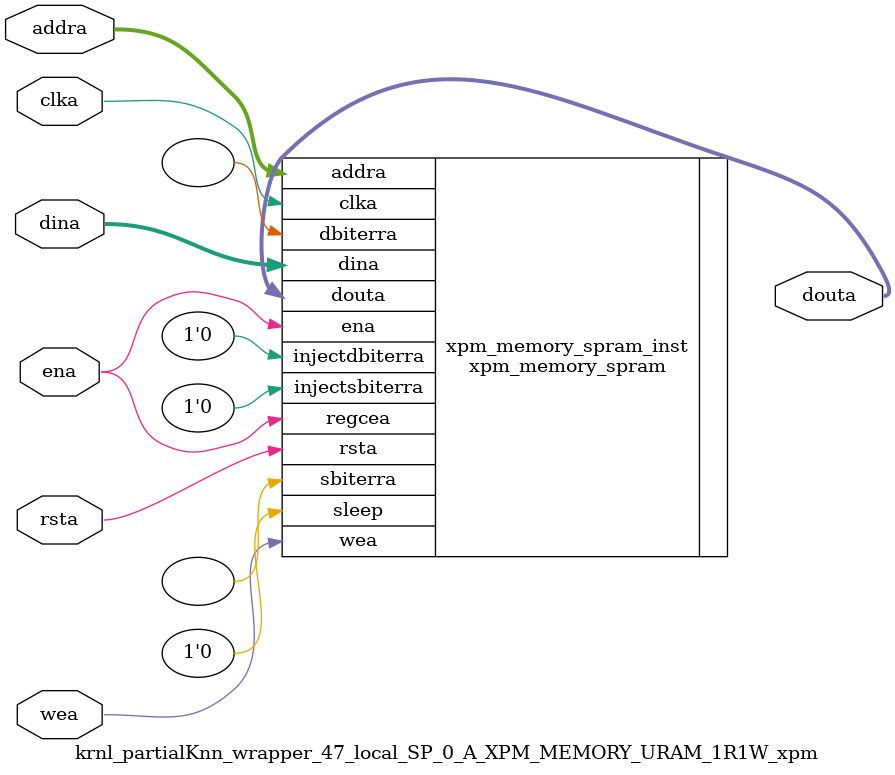
<source format=v>
`timescale 1 ns / 1 ps
module krnl_partialKnn_wrapper_47_local_SP_0_A_XPM_MEMORY_URAM_1R1W_xpm # (
  // Common module parameters
  parameter integer                 MEMORY_SIZE        = 524288,
  parameter                         MEMORY_PRIMITIVE   = "ultra",
  parameter                         ECC_MODE           = "no_ecc",
  parameter                         MEMORY_INIT_FILE   = "none",
  parameter                         WAKEUP_TIME        = "disable_sleep",
  parameter integer                 MESSAGE_CONTROL    = 0,
  // Port A module parameters
  parameter integer                 WRITE_DATA_WIDTH_A = 256,
  parameter integer                 READ_DATA_WIDTH_A  = WRITE_DATA_WIDTH_A,
  parameter integer                 BYTE_WRITE_WIDTH_A = WRITE_DATA_WIDTH_A,
  parameter integer                 ADDR_WIDTH_A       = 11,
  parameter                         READ_RESET_VALUE_A = "0",
  parameter integer                 READ_LATENCY_A     = 1,
  parameter                         WRITE_MODE_A       = "read_first"
) (
  // Port A module ports
  input  wire                                               clka,
  input  wire                                               rsta,
  input  wire                                               ena,
  input  wire [(WRITE_DATA_WIDTH_A/BYTE_WRITE_WIDTH_A)-1:0] wea,
  input  wire [ADDR_WIDTH_A-1:0]                            addra,
  input  wire [WRITE_DATA_WIDTH_A-1:0]                      dina,
  output wire [READ_DATA_WIDTH_A-1:0]                       douta
);
// Set parameter values and connect ports to instantiate an XPM_MEMORY single port RAM configuration
xpm_memory_spram # (
  // Common module parameters
  .MEMORY_SIZE        (MEMORY_SIZE),   //positive integer
  .MEMORY_PRIMITIVE   (MEMORY_PRIMITIVE),      //string; "auto", "distributed", "block" or "ultra";
  .ECC_MODE           (ECC_MODE),      //do not change
  .MEMORY_INIT_FILE   (MEMORY_INIT_FILE), //string; "none" or "<filename>.mem" 
  .MEMORY_INIT_PARAM  (""), //string;
  .WAKEUP_TIME        (WAKEUP_TIME),      //string; "disable_sleep" or "use_sleep_pin"
  .MESSAGE_CONTROL    (MESSAGE_CONTROL),      //do not change
  // Port A module parameters
  .WRITE_DATA_WIDTH_A (WRITE_DATA_WIDTH_A),     //positive integer
  .READ_DATA_WIDTH_A  (READ_DATA_WIDTH_A),     //positive integer
  .BYTE_WRITE_WIDTH_A (BYTE_WRITE_WIDTH_A),     //integer; 8, 9, or WRITE_DATA_WIDTH_A value
  .ADDR_WIDTH_A       (ADDR_WIDTH_A),      //positive integer
  .READ_RESET_VALUE_A (READ_RESET_VALUE_A),  //string
  .READ_LATENCY_A     (READ_LATENCY_A),      //non-negative integer
  .WRITE_MODE_A       (WRITE_MODE_A)       //string; "write_first", "read_first", "no_change"
) xpm_memory_spram_inst (
  // Common module ports
  .sleep          (1'b0),  //do not change
  // Port A module ports
  .clka           (clka),
  .rsta           (rsta),
  .ena            (ena),
  .regcea         (ena),
  .wea            (wea),
  .addra          (addra),
  .dina           (dina),
  .injectsbiterra (1'b0),  //do not change
  .injectdbiterra (1'b0),  //do not change
  .douta          (douta),
  .sbiterra       (),      //do not change
  .dbiterra       ()       //do not change
);
endmodule
</source>
